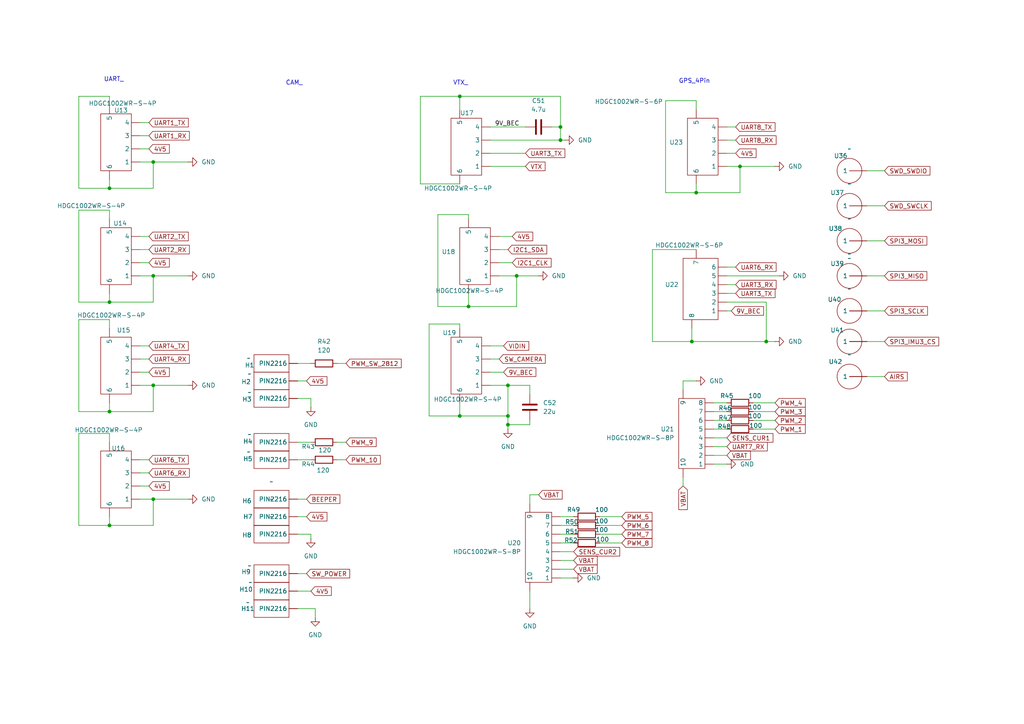
<source format=kicad_sch>
(kicad_sch (version 20250114) (generator "eeschema") (generator_version "9.0")
  (paper "A4")
  (lib_symbols
    (symbol "Device:C" (pin_numbers (hide yes)) (pin_names (offset 0.254))
      (property "Reference" "C" (at 0.635 2.54 0))
      (property "Value" "C" (at 0.635 -2.54 0))
      (symbol "C_0_1"
        (polyline (pts (xy -2.032 0.762) (xy 2.032 0.762)) (stroke (width 0.508)))
        (polyline (pts (xy -2.032 -0.762) (xy 2.032 -0.762)) (stroke (width 0.508)))
      )
      (symbol "C_1_1"
        (pin passive line (at 0 3.81 270) (length 2.794) (name "~") (number "1"))
        (pin passive line (at 0 -3.81 90) (length 2.794) (name "~") (number "2"))
      )
    )
    (symbol "Device:R" (pin_numbers (hide yes)) (pin_names (offset 0))
      (property "Reference" "R" (at 2.032 0 90))
      (property "Value" "R" (at 0 0 90))
      (symbol "R_0_1"
        (rectangle (start -1.016 -2.54) (end 1.016 2.54) (stroke (width 0.254)))
      )
      (symbol "R_1_1"
        (pin passive line (at 0 3.81 270) (length 1.27) (name "~") (number "1"))
        (pin passive line (at 0 -3.81 90) (length 1.27) (name "~") (number "2"))
      )
    )
    (symbol "HDGC1002WR-S-4P_1"
      (property "Reference" "U" (at 0 0 0))
      (symbol "HDGC1002WR-S-4P_1_0_1"
        (rectangle (start 7.62 -5.08) (end 16.51 -21.59))
      )
      (symbol "HDGC1002WR-S-4P_1_1_1"
        (pin input line (at 10.16 -2.54 270) (length 2.54) (name "5") (number ""))
        (pin input line (at 10.16 -24.13 90) (length 2.54) (name "6") (number ""))
        (pin input line (at 19.05 -7.62 180) (length 2.54) (name "4") (number ""))
        (pin input line (at 19.05 -11.43 180) (length 2.54) (name "3") (number ""))
        (pin input line (at 19.05 -15.24 180) (length 2.54) (name "2") (number ""))
        (pin input line (at 19.05 -19.05 180) (length 2.54) (name "1") (number ""))
      )
    )
    (symbol "HDGC1002WR-S-4P_2"
      (property "Reference" "U" (at 0 0 0))
      (symbol "HDGC1002WR-S-4P_2_0_1"
        (rectangle (start 7.62 -5.08) (end 16.51 -21.59))
      )
      (symbol "HDGC1002WR-S-4P_2_1_1"
        (pin input line (at 10.16 -2.54 270) (length 2.54) (name "5") (number ""))
        (pin input line (at 10.16 -24.13 90) (length 2.54) (name "6") (number ""))
        (pin input line (at 19.05 -7.62 180) (length 2.54) (name "4") (number ""))
        (pin input line (at 19.05 -11.43 180) (length 2.54) (name "3") (number ""))
        (pin input line (at 19.05 -15.24 180) (length 2.54) (name "2") (number ""))
        (pin input line (at 19.05 -19.05 180) (length 2.54) (name "1") (number ""))
      )
    )
    (symbol "HDGC1002WR-S-4P_3"
      (property "Reference" "U" (at 0 0 0))
      (symbol "HDGC1002WR-S-4P_3_0_1"
        (rectangle (start 7.62 -5.08) (end 16.51 -21.59))
      )
      (symbol "HDGC1002WR-S-4P_3_1_1"
        (pin input line (at 10.16 -2.54 270) (length 2.54) (name "5") (number ""))
        (pin input line (at 10.16 -24.13 90) (length 2.54) (name "6") (number ""))
        (pin input line (at 19.05 -7.62 180) (length 2.54) (name "4") (number ""))
        (pin input line (at 19.05 -11.43 180) (length 2.54) (name "3") (number ""))
        (pin input line (at 19.05 -15.24 180) (length 2.54) (name "2") (number ""))
        (pin input line (at 19.05 -19.05 180) (length 2.54) (name "1") (number ""))
      )
    )
    (symbol "HDGC1002WR-S-4P_4"
      (property "Reference" "U" (at 0 0 0))
      (symbol "HDGC1002WR-S-4P_4_0_1"
        (rectangle (start 7.62 -5.08) (end 16.51 -21.59))
      )
      (symbol "HDGC1002WR-S-4P_4_1_1"
        (pin input line (at 10.16 -2.54 270) (length 2.54) (name "5") (number ""))
        (pin input line (at 10.16 -24.13 90) (length 2.54) (name "6") (number ""))
        (pin input line (at 19.05 -7.62 180) (length 2.54) (name "4") (number ""))
        (pin input line (at 19.05 -11.43 180) (length 2.54) (name "3") (number ""))
        (pin input line (at 19.05 -15.24 180) (length 2.54) (name "2") (number ""))
        (pin input line (at 19.05 -19.05 180) (length 2.54) (name "1") (number ""))
      )
    )
    (symbol "HDGC1002WR-S-4P_5"
      (property "Reference" "U" (at 0 0 0))
      (symbol "HDGC1002WR-S-4P_5_0_1"
        (rectangle (start 7.62 -5.08) (end 16.51 -21.59))
      )
      (symbol "HDGC1002WR-S-4P_5_1_1"
        (pin input line (at 10.16 -2.54 270) (length 2.54) (name "5") (number ""))
        (pin input line (at 10.16 -24.13 90) (length 2.54) (name "6") (number ""))
        (pin input line (at 19.05 -7.62 180) (length 2.54) (name "4") (number ""))
        (pin input line (at 19.05 -11.43 180) (length 2.54) (name "3") (number ""))
        (pin input line (at 19.05 -15.24 180) (length 2.54) (name "2") (number ""))
        (pin input line (at 19.05 -19.05 180) (length 2.54) (name "1") (number ""))
      )
    )
    (symbol "HDGC1002WR-S-4P_6"
      (property "Reference" "U" (at 0 0 0))
      (symbol "HDGC1002WR-S-4P_6_0_1"
        (rectangle (start 7.62 -5.08) (end 16.51 -21.59))
      )
      (symbol "HDGC1002WR-S-4P_6_1_1"
        (pin input line (at 10.16 -2.54 270) (length 2.54) (name "5") (number ""))
        (pin input line (at 10.16 -24.13 90) (length 2.54) (name "6") (number ""))
        (pin input line (at 19.05 -7.62 180) (length 2.54) (name "4") (number ""))
        (pin input line (at 19.05 -11.43 180) (length 2.54) (name "3") (number ""))
        (pin input line (at 19.05 -15.24 180) (length 2.54) (name "2") (number ""))
        (pin input line (at 19.05 -19.05 180) (length 2.54) (name "1") (number ""))
      )
    )
    (symbol "HDGC1002WR-S-4P_7"
      (property "Reference" "U" (at 0 0 0))
      (symbol "HDGC1002WR-S-4P_7_0_1"
        (rectangle (start 7.62 -5.08) (end 16.51 -21.59))
      )
      (symbol "HDGC1002WR-S-4P_7_1_1"
        (pin input line (at 10.16 -2.54 270) (length 2.54) (name "5") (number ""))
        (pin input line (at 10.16 -24.13 90) (length 2.54) (name "6") (number ""))
        (pin input line (at 19.05 -7.62 180) (length 2.54) (name "4") (number ""))
        (pin input line (at 19.05 -11.43 180) (length 2.54) (name "3") (number ""))
        (pin input line (at 19.05 -15.24 180) (length 2.54) (name "2") (number ""))
        (pin input line (at 19.05 -19.05 180) (length 2.54) (name "1") (number ""))
      )
    )
    (symbol "HDGC1002WR-S-8P_1"
      (property "Reference" "U" (at 0 0 0))
      (symbol "HDGC1002WR-S-8P_1_0_1"
        (rectangle (start 2.54 0) (end 10.16 -20.32))
      )
      (symbol "HDGC1002WR-S-8P_1_1_1"
        (pin input line (at 3.81 2.54 270) (length 2.54) (name "9") (number ""))
        (pin input line (at 3.81 -22.86 90) (length 2.54) (name "10") (number ""))
        (pin input line (at 12.7 -1.27 180) (length 2.54) (name "8") (number ""))
        (pin input line (at 12.7 -3.81 180) (length 2.54) (name "7") (number ""))
        (pin input line (at 12.7 -6.35 180) (length 2.54) (name "6") (number ""))
        (pin input line (at 12.7 -8.89 180) (length 2.54) (name "5") (number ""))
        (pin input line (at 12.7 -11.43 180) (length 2.54) (name "4") (number ""))
        (pin input line (at 12.7 -13.97 180) (length 2.54) (name "3") (number ""))
        (pin input line (at 12.7 -16.51 180) (length 2.54) (name "2") (number ""))
        (pin input line (at 12.7 -19.05 180) (length 2.54) (name "1") (number ""))
      )
    )
    (symbol "fclib:HDGC1002WR-S-4P"
      (property "Reference" "U" (at 0 0 0))
      (symbol "HDGC1002WR-S-4P_0_1"
        (rectangle (start 7.62 -5.08) (end 16.51 -21.59))
      )
      (symbol "HDGC1002WR-S-4P_1_1"
        (pin input line (at 10.16 -2.54 270) (length 2.54) (name "5") (number ""))
        (pin input line (at 10.16 -24.13 90) (length 2.54) (name "6") (number ""))
        (pin input line (at 19.05 -7.62 180) (length 2.54) (name "4") (number ""))
        (pin input line (at 19.05 -11.43 180) (length 2.54) (name "3") (number ""))
        (pin input line (at 19.05 -15.24 180) (length 2.54) (name "2") (number ""))
        (pin input line (at 19.05 -19.05 180) (length 2.54) (name "1") (number ""))
      )
    )
    (symbol "fclib:HDGC1002WR-S-6P"
      (property "Reference" "U" (at 0 0 0))
      (symbol "HDGC1002WR-S-6P_0_1"
        (rectangle (start 3.81 -34.29) (end 13.97 -52.07))
      )
      (symbol "HDGC1002WR-S-6P_1_1"
        (pin input line (at 6.35 -54.61 90) (length 2.54) (name "8") (number ""))
        (pin input line (at 7.62 -31.75 270) (length 2.54) (name "7") (number ""))
        (pin input line (at 16.51 -36.83 180) (length 2.54) (name "6") (number ""))
        (pin input line (at 16.51 -39.37 180) (length 2.54) (name "5") (number ""))
        (pin input line (at 16.51 -41.91 180) (length 2.54) (name "4") (number ""))
        (pin input line (at 16.51 -44.45 180) (length 2.54) (name "3") (number ""))
        (pin input line (at 16.51 -46.99 180) (length 2.54) (name "2") (number ""))
        (pin input line (at 16.51 -49.53 180) (length 2.54) (name "1") (number ""))
      )
    )
    (symbol "fclib:HDGC1002WR-S-8P"
      (property "Reference" "U" (at 0 0 0))
      (symbol "HDGC1002WR-S-8P_0_1"
        (rectangle (start 2.54 0) (end 10.16 -20.32))
      )
      (symbol "HDGC1002WR-S-8P_1_1"
        (pin input line (at 3.81 2.54 270) (length 2.54) (name "9") (number ""))
        (pin input line (at 3.81 -22.86 90) (length 2.54) (name "10") (number ""))
        (pin input line (at 12.7 -1.27 180) (length 2.54) (name "8") (number ""))
        (pin input line (at 12.7 -3.81 180) (length 2.54) (name "7") (number ""))
        (pin input line (at 12.7 -6.35 180) (length 2.54) (name "6") (number ""))
        (pin input line (at 12.7 -8.89 180) (length 2.54) (name "5") (number ""))
        (pin input line (at 12.7 -11.43 180) (length 2.54) (name "4") (number ""))
        (pin input line (at 12.7 -13.97 180) (length 2.54) (name "3") (number ""))
        (pin input line (at 12.7 -16.51 180) (length 2.54) (name "2") (number ""))
        (pin input line (at 12.7 -19.05 180) (length 2.54) (name "1") (number ""))
      )
    )
    (symbol "fclib:circular_pin"
      (property "Reference" "U" (at 0 0 0))
      (symbol "circular_pin_0_1"
        (circle (center 6.35 -5.08) (radius 3.5921))
      )
      (symbol "circular_pin_1_1"
        (pin input line (at 11.43 -5.08 180) (length 5.08) (name "1") (number ""))
      )
    )
    (symbol "fclib:ws2812_"
      (property "Reference" "U" (at 0 0 0))
      (symbol "ws2812__0_1"
        (rectangle (start -1.27 -1.27) (end 8.89 -6.35))
      )
      (symbol "ws2812__1_1"
        (pin input line (at 11.43 -3.81 180) (length 2.54) (name "PIN2216") (number ""))
      )
    )
    (symbol "power:GND" (power) (pin_numbers (hide yes)) (pin_names (offset 0) (hide yes))
      (property "Value" "GND" (at 0 -3.81 0))
      (symbol "GND_0_1"
        (polyline (pts (xy 0 0) (xy 0 -1.27) (xy 1.27 -1.27) (xy 0 -2.54) (xy -1.27 -1.27) (xy 0 -1.27)))
      )
      (symbol "GND_1_1"
        (pin power_in line (at 0 0 270) (length 0) (name "~") (number "1"))
      )
    )
  )
  (text "CAM_\n" (at 85.344 24.13 0) (effects (font (size 1.27 1.27))))
  (text "UART_" (at 33.02 23.114 0) (effects (font (size 1.27 1.27))))
  (text "VTX_" (at 133.604 24.13 0) (effects (font (size 1.27 1.27))))
  (text "GPS_4Pin" (at 201.422 23.622 0) (effects (font (size 1.27 1.27))))
  (junction (at 135.89 88.9))
  (junction (at 44.45 80.01))
  (junction (at 222.25 99.06))
  (junction (at 147.32 123.19))
  (junction (at 31.75 152.4))
  (junction (at 200.66 99.06))
  (junction (at 44.45 144.78))
  (junction (at 162.56 40.64))
  (junction (at 133.35 120.65))
  (junction (at 147.32 111.76))
  (junction (at 201.93 55.88))
  (junction (at 31.75 87.63))
  (junction (at 44.45 111.76))
  (junction (at 133.35 27.94))
  (junction (at 31.75 54.61))
  (junction (at 31.75 119.38))
  (junction (at 149.86 80.01))
  (junction (at 214.63 48.26))
  (junction (at 44.45 46.99))
  (junction (at 162.56 36.83))
  (junction (at 147.32 120.65))
  (wire (pts (xy 218.44 119.38) (xy 224.79 119.38)))
  (wire (pts (xy 210.82 80.01) (xy 226.06 80.01)))
  (wire (pts (xy 198.12 138.43) (xy 198.12 140.97)))
  (wire (pts (xy 142.24 48.26) (xy 152.4 48.26)))
  (wire (pts (xy 133.35 93.98) (xy 124.46 93.98)))
  (wire (pts (xy 86.36 105.41) (xy 90.17 105.41)))
  (wire (pts (xy 210.82 82.55) (xy 213.36 82.55)))
  (wire (pts (xy 153.67 111.76) (xy 153.67 114.3)))
  (wire (pts (xy 86.36 171.45) (xy 90.17 171.45)))
  (wire (pts (xy 214.63 55.88) (xy 214.63 48.26)))
  (wire (pts (xy 198.12 110.49) (xy 198.12 113.03)))
  (wire (pts (xy 44.45 87.63) (xy 44.45 80.01)))
  (wire (pts (xy 222.25 99.06) (xy 224.79 99.06)))
  (wire (pts (xy 22.86 119.38) (xy 31.75 119.38)))
  (wire (pts (xy 251.46 49.53) (xy 256.54 49.53)))
  (wire (pts (xy 121.92 53.34) (xy 121.92 27.94)))
  (wire (pts (xy 40.64 68.58) (xy 43.18 68.58)))
  (wire (pts (xy 31.75 119.38) (xy 31.75 116.84)))
  (wire (pts (xy 40.64 140.97) (xy 43.18 140.97)))
  (wire (pts (xy 218.44 116.84) (xy 224.79 116.84)))
  (wire (pts (xy 207.01 134.62) (xy 210.82 134.62)))
  (wire (pts (xy 44.45 111.76) (xy 54.61 111.76)))
  (wire (pts (xy 162.56 36.83) (xy 162.56 40.64)))
  (wire (pts (xy 162.56 162.56) (xy 166.37 162.56)))
  (wire (pts (xy 86.36 128.27) (xy 90.17 128.27)))
  (wire (pts (xy 40.64 76.2) (xy 43.18 76.2)))
  (wire (pts (xy 40.64 107.95) (xy 43.18 107.95)))
  (wire (pts (xy 222.25 87.63) (xy 222.25 99.06)))
  (wire (pts (xy 162.56 167.64) (xy 166.37 167.64)))
  (wire (pts (xy 189.23 72.39) (xy 189.23 99.06)))
  (wire (pts (xy 31.75 87.63) (xy 31.75 85.09)))
  (wire (pts (xy 210.82 48.26) (xy 214.63 48.26)))
  (wire (pts (xy 135.89 88.9) (xy 149.86 88.9)))
  (wire (pts (xy 40.64 144.78) (xy 44.45 144.78)))
  (wire (pts (xy 210.82 90.17) (xy 212.09 90.17)))
  (wire (pts (xy 144.78 76.2) (xy 148.59 76.2)))
  (wire (pts (xy 86.36 149.86) (xy 88.9 149.86)))
  (wire (pts (xy 201.93 29.21) (xy 193.04 29.21)))
  (wire (pts (xy 40.64 43.18) (xy 43.18 43.18)))
  (wire (pts (xy 142.24 107.95) (xy 146.05 107.95)))
  (wire (pts (xy 97.79 105.41) (xy 100.33 105.41)))
  (wire (pts (xy 91.44 176.53) (xy 86.36 176.53)))
  (wire (pts (xy 90.17 115.57) (xy 86.36 115.57)))
  (wire (pts (xy 251.46 80.01) (xy 256.54 80.01)))
  (wire (pts (xy 31.75 119.38) (xy 44.45 119.38)))
  (wire (pts (xy 135.89 88.9) (xy 135.89 85.09)))
  (wire (pts (xy 162.56 154.94) (xy 166.37 154.94)))
  (wire (pts (xy 207.01 116.84) (xy 210.82 116.84)))
  (wire (pts (xy 210.82 40.64) (xy 213.36 40.64)))
  (wire (pts (xy 193.04 55.88) (xy 201.93 55.88)))
  (wire (pts (xy 210.82 87.63) (xy 222.25 87.63)))
  (wire (pts (xy 207.01 124.46) (xy 210.82 124.46)))
  (wire (pts (xy 127 62.23) (xy 127 88.9)))
  (wire (pts (xy 173.99 154.94) (xy 180.34 154.94)))
  (wire (pts (xy 31.75 60.96) (xy 22.86 60.96)))
  (wire (pts (xy 31.75 54.61) (xy 44.45 54.61)))
  (wire (pts (xy 31.75 63.5) (xy 31.75 60.96)))
  (wire (pts (xy 207.01 119.38) (xy 210.82 119.38)))
  (wire (pts (xy 142.24 100.33) (xy 146.05 100.33)))
  (wire (pts (xy 201.93 55.88) (xy 214.63 55.88)))
  (wire (pts (xy 251.46 69.85) (xy 256.54 69.85)))
  (wire (pts (xy 40.64 104.14) (xy 43.18 104.14)))
  (wire (pts (xy 31.75 152.4) (xy 44.45 152.4)))
  (wire (pts (xy 173.99 157.48) (xy 180.34 157.48)))
  (wire (pts (xy 22.86 27.94) (xy 22.86 54.61)))
  (wire (pts (xy 133.35 27.94) (xy 162.56 27.94)))
  (wire (pts (xy 214.63 48.26) (xy 224.79 48.26)))
  (wire (pts (xy 133.35 120.65) (xy 147.32 120.65)))
  (wire (pts (xy 251.46 99.06) (xy 256.54 99.06)))
  (wire (pts (xy 90.17 154.94) (xy 86.36 154.94)))
  (wire (pts (xy 91.44 179.07) (xy 91.44 176.53)))
  (wire (pts (xy 153.67 143.51) (xy 153.67 146.05)))
  (wire (pts (xy 44.45 152.4) (xy 44.45 144.78)))
  (wire (pts (xy 142.24 36.83) (xy 152.4 36.83)))
  (wire (pts (xy 31.75 152.4) (xy 31.75 149.86)))
  (wire (pts (xy 44.45 144.78) (xy 54.61 144.78)))
  (wire (pts (xy 162.56 40.64) (xy 163.83 40.64)))
  (wire (pts (xy 135.89 62.23) (xy 127 62.23)))
  (wire (pts (xy 44.45 119.38) (xy 44.45 111.76)))
  (wire (pts (xy 86.36 133.35) (xy 90.17 133.35)))
  (wire (pts (xy 142.24 44.45) (xy 152.4 44.45)))
  (wire (pts (xy 97.79 128.27) (xy 100.33 128.27)))
  (wire (pts (xy 189.23 99.06) (xy 200.66 99.06)))
  (wire (pts (xy 201.93 72.39) (xy 189.23 72.39)))
  (wire (pts (xy 44.45 46.99) (xy 54.61 46.99)))
  (wire (pts (xy 86.36 144.78) (xy 88.9 144.78)))
  (wire (pts (xy 31.75 95.25) (xy 31.75 92.71)))
  (wire (pts (xy 40.64 35.56) (xy 43.18 35.56)))
  (wire (pts (xy 162.56 27.94) (xy 162.56 36.83)))
  (wire (pts (xy 31.75 125.73) (xy 22.86 125.73)))
  (wire (pts (xy 22.86 60.96) (xy 22.86 87.63)))
  (wire (pts (xy 153.67 171.45) (xy 153.67 176.53)))
  (wire (pts (xy 201.93 31.75) (xy 201.93 29.21)))
  (wire (pts (xy 133.35 31.75) (xy 133.35 27.94)))
  (wire (pts (xy 160.02 36.83) (xy 162.56 36.83)))
  (wire (pts (xy 22.86 152.4) (xy 31.75 152.4)))
  (wire (pts (xy 201.93 55.88) (xy 201.93 53.34)))
  (wire (pts (xy 31.75 54.61) (xy 31.75 52.07)))
  (wire (pts (xy 162.56 157.48) (xy 166.37 157.48)))
  (wire (pts (xy 193.04 29.21) (xy 193.04 55.88)))
  (wire (pts (xy 210.82 36.83) (xy 213.36 36.83)))
  (wire (pts (xy 31.75 27.94) (xy 22.86 27.94)))
  (wire (pts (xy 142.24 104.14) (xy 144.78 104.14)))
  (wire (pts (xy 22.86 54.61) (xy 31.75 54.61)))
  (wire (pts (xy 173.99 149.86) (xy 180.34 149.86)))
  (wire (pts (xy 144.78 72.39) (xy 147.32 72.39)))
  (wire (pts (xy 218.44 124.46) (xy 224.79 124.46)))
  (wire (pts (xy 22.86 87.63) (xy 31.75 87.63)))
  (wire (pts (xy 210.82 44.45) (xy 213.36 44.45)))
  (wire (pts (xy 201.93 110.49) (xy 198.12 110.49)))
  (wire (pts (xy 121.92 27.94) (xy 133.35 27.94)))
  (wire (pts (xy 147.32 123.19) (xy 147.32 124.46)))
  (wire (pts (xy 40.64 111.76) (xy 44.45 111.76)))
  (wire (pts (xy 31.75 87.63) (xy 44.45 87.63)))
  (wire (pts (xy 251.46 109.22) (xy 256.54 109.22)))
  (wire (pts (xy 251.46 90.17) (xy 256.54 90.17)))
  (wire (pts (xy 22.86 92.71) (xy 22.86 119.38)))
  (wire (pts (xy 86.36 166.37) (xy 88.9 166.37)))
  (wire (pts (xy 40.64 80.01) (xy 44.45 80.01)))
  (wire (pts (xy 149.86 88.9) (xy 149.86 80.01)))
  (wire (pts (xy 147.32 120.65) (xy 147.32 123.19)))
  (wire (pts (xy 133.35 53.34) (xy 121.92 53.34)))
  (wire (pts (xy 144.78 80.01) (xy 149.86 80.01)))
  (wire (pts (xy 162.56 149.86) (xy 166.37 149.86)))
  (wire (pts (xy 40.64 133.35) (xy 43.18 133.35)))
  (wire (pts (xy 86.36 110.49) (xy 88.9 110.49)))
  (wire (pts (xy 153.67 143.51) (xy 156.21 143.51)))
  (wire (pts (xy 90.17 156.21) (xy 90.17 154.94)))
  (wire (pts (xy 173.99 152.4) (xy 180.34 152.4)))
  (wire (pts (xy 207.01 127) (xy 210.82 127)))
  (wire (pts (xy 97.79 133.35) (xy 100.33 133.35)))
  (wire (pts (xy 162.56 165.1) (xy 166.37 165.1)))
  (wire (pts (xy 90.17 118.11) (xy 90.17 115.57)))
  (wire (pts (xy 144.78 68.58) (xy 148.59 68.58)))
  (wire (pts (xy 142.24 111.76) (xy 147.32 111.76)))
  (wire (pts (xy 251.46 59.69) (xy 256.54 59.69)))
  (wire (pts (xy 142.24 40.64) (xy 162.56 40.64)))
  (wire (pts (xy 31.75 128.27) (xy 31.75 125.73)))
  (wire (pts (xy 133.35 120.65) (xy 133.35 116.84)))
  (wire (pts (xy 210.82 85.09) (xy 213.36 85.09)))
  (wire (pts (xy 207.01 129.54) (xy 210.82 129.54)))
  (wire (pts (xy 127 88.9) (xy 135.89 88.9)))
  (wire (pts (xy 162.56 160.02) (xy 166.37 160.02)))
  (wire (pts (xy 40.64 137.16) (xy 43.18 137.16)))
  (wire (pts (xy 40.64 39.37) (xy 43.18 39.37)))
  (wire (pts (xy 207.01 132.08) (xy 210.82 132.08)))
  (wire (pts (xy 218.44 121.92) (xy 224.79 121.92)))
  (wire (pts (xy 200.66 99.06) (xy 222.25 99.06)))
  (wire (pts (xy 207.01 121.92) (xy 210.82 121.92)))
  (wire (pts (xy 147.32 120.65) (xy 147.32 111.76)))
  (wire (pts (xy 133.35 95.25) (xy 133.35 93.98)))
  (wire (pts (xy 200.66 99.06) (xy 200.66 95.25)))
  (wire (pts (xy 124.46 93.98) (xy 124.46 120.65)))
  (wire (pts (xy 124.46 120.65) (xy 133.35 120.65)))
  (wire (pts (xy 31.75 92.71) (xy 22.86 92.71)))
  (wire (pts (xy 135.89 63.5) (xy 135.89 62.23)))
  (wire (pts (xy 153.67 121.92) (xy 153.67 123.19)))
  (wire (pts (xy 40.64 72.39) (xy 43.18 72.39)))
  (wire (pts (xy 22.86 125.73) (xy 22.86 152.4)))
  (wire (pts (xy 44.45 54.61) (xy 44.45 46.99)))
  (wire (pts (xy 31.75 30.48) (xy 31.75 27.94)))
  (wire (pts (xy 153.67 123.19) (xy 147.32 123.19)))
  (wire (pts (xy 40.64 100.33) (xy 43.18 100.33)))
  (wire (pts (xy 162.56 152.4) (xy 166.37 152.4)))
  (wire (pts (xy 40.64 46.99) (xy 44.45 46.99)))
  (wire (pts (xy 149.86 80.01) (xy 156.21 80.01)))
  (wire (pts (xy 147.32 111.76) (xy 153.67 111.76)))
  (wire (pts (xy 44.45 80.01) (xy 54.61 80.01)))
  (wire (pts (xy 210.82 77.47) (xy 213.36 77.47)))
  (label "9V_BEC" (at 143.51 36.83 0))
  (global_label "UART3_TX" (shape input) (at 152.4 44.45 0) (property "Intersheetrefs" "${INTERSHEET_REFS}" (effects (hide yes))))
  (global_label "4V5" (shape input) (at 43.18 140.97 0) (property "Intersheetrefs" "${INTERSHEET_REFS}" (effects (hide yes))))
  (global_label "4V5" (shape input) (at 88.9 110.49 0) (property "Intersheetrefs" "${INTERSHEET_REFS}" (effects (hide yes))))
  (global_label "SWD_SWCLK" (shape input) (at 256.54 59.69 0) (property "Intersheetrefs" "${INTERSHEET_REFS}" (effects (hide yes))))
  (global_label "SENS_CUR1" (shape input) (at 210.82 127 0) (property "Intersheetrefs" "${INTERSHEET_REFS}" (effects (hide yes))))
  (global_label "UART6_RX" (shape input) (at 43.18 137.16 0) (property "Intersheetrefs" "${INTERSHEET_REFS}" (effects (hide yes))))
  (global_label "UART7_RX" (shape input) (at 210.82 129.54 0) (property "Intersheetrefs" "${INTERSHEET_REFS}" (effects (hide yes))))
  (global_label "PWM_5" (shape input) (at 180.34 149.86 0) (property "Intersheetrefs" "${INTERSHEET_REFS}" (effects (hide yes))))
  (global_label "VBAT" (shape input) (at 198.12 140.97 270) (property "Intersheetrefs" "${INTERSHEET_REFS}" (effects (hide yes))))
  (global_label "SPI3_MISO" (shape input) (at 256.54 80.01 0) (property "Intersheetrefs" "${INTERSHEET_REFS}" (effects (hide yes))))
  (global_label "SENS_CUR2" (shape input) (at 166.37 160.02 0) (property "Intersheetrefs" "${INTERSHEET_REFS}" (effects (hide yes))))
  (global_label "PWM_4" (shape input) (at 224.79 116.84 0) (property "Intersheetrefs" "${INTERSHEET_REFS}" (effects (hide yes))))
  (global_label "PWM_1" (shape input) (at 224.79 124.46 0) (property "Intersheetrefs" "${INTERSHEET_REFS}" (effects (hide yes))))
  (global_label "I2C1_SDA" (shape input) (at 147.32 72.39 0) (property "Intersheetrefs" "${INTERSHEET_REFS}" (effects (hide yes))))
  (global_label "PWM_3" (shape input) (at 224.79 119.38 0) (property "Intersheetrefs" "${INTERSHEET_REFS}" (effects (hide yes))))
  (global_label "4V5" (shape input) (at 148.59 68.58 0) (property "Intersheetrefs" "${INTERSHEET_REFS}" (effects (hide yes))))
  (global_label "UART4_RX" (shape input) (at 43.18 104.14 0) (property "Intersheetrefs" "${INTERSHEET_REFS}" (effects (hide yes))))
  (global_label "VBAT" (shape input) (at 166.37 162.56 0) (property "Intersheetrefs" "${INTERSHEET_REFS}" (effects (hide yes))))
  (global_label "UART2_RX" (shape input) (at 43.18 72.39 0) (property "Intersheetrefs" "${INTERSHEET_REFS}" (effects (hide yes))))
  (global_label "UART4_TX" (shape input) (at 43.18 100.33 0) (property "Intersheetrefs" "${INTERSHEET_REFS}" (effects (hide yes))))
  (global_label "SPI3_IMU3_CS" (shape input) (at 256.54 99.06 0) (property "Intersheetrefs" "${INTERSHEET_REFS}" (effects (hide yes))))
  (global_label "PWM_SW_2812" (shape input) (at 100.33 105.41 0) (property "Intersheetrefs" "${INTERSHEET_REFS}" (effects (hide yes))))
  (global_label "VIDIN" (shape input) (at 146.05 100.33 0) (property "Intersheetrefs" "${INTERSHEET_REFS}" (effects (hide yes))))
  (global_label "PWM_6" (shape input) (at 180.34 152.4 0) (property "Intersheetrefs" "${INTERSHEET_REFS}" (effects (hide yes))))
  (global_label "SPI3_MOSI" (shape input) (at 256.54 69.85 0) (property "Intersheetrefs" "${INTERSHEET_REFS}" (effects (hide yes))))
  (global_label "SW_POWER" (shape input) (at 88.9 166.37 0) (property "Intersheetrefs" "${INTERSHEET_REFS}" (effects (hide yes))))
  (global_label "VTX" (shape input) (at 152.4 48.26 0) (property "Intersheetrefs" "${INTERSHEET_REFS}" (effects (hide yes))))
  (global_label "4V5" (shape input) (at 43.18 107.95 0) (property "Intersheetrefs" "${INTERSHEET_REFS}" (effects (hide yes))))
  (global_label "UART8_TX" (shape input) (at 213.36 36.83 0) (property "Intersheetrefs" "${INTERSHEET_REFS}" (effects (hide yes))))
  (global_label "BEEPER" (shape input) (at 88.9 144.78 0) (property "Intersheetrefs" "${INTERSHEET_REFS}" (effects (hide yes))))
  (global_label "PWM_9" (shape input) (at 100.33 128.27 0) (property "Intersheetrefs" "${INTERSHEET_REFS}" (effects (hide yes))))
  (global_label "UART3_RX" (shape input) (at 213.36 82.55 0) (property "Intersheetrefs" "${INTERSHEET_REFS}" (effects (hide yes))))
  (global_label "4V5" (shape input) (at 43.18 76.2 0) (property "Intersheetrefs" "${INTERSHEET_REFS}" (effects (hide yes))))
  (global_label "UART8_RX" (shape input) (at 213.36 40.64 0) (property "Intersheetrefs" "${INTERSHEET_REFS}" (effects (hide yes))))
  (global_label "PWM_7" (shape input) (at 180.34 154.94 0) (property "Intersheetrefs" "${INTERSHEET_REFS}" (effects (hide yes))))
  (global_label "9V_BEC" (shape input) (at 212.09 90.17 0) (property "Intersheetrefs" "${INTERSHEET_REFS}" (effects (hide yes))))
  (global_label "SPI3_SCLK" (shape input) (at 256.54 90.17 0) (property "Intersheetrefs" "${INTERSHEET_REFS}" (effects (hide yes))))
  (global_label "UART2_TX" (shape input) (at 43.18 68.58 0) (property "Intersheetrefs" "${INTERSHEET_REFS}" (effects (hide yes))))
  (global_label "SW_CAMERA" (shape input) (at 144.78 104.14 0) (property "Intersheetrefs" "${INTERSHEET_REFS}" (effects (hide yes))))
  (global_label "UART6_RX" (shape input) (at 213.36 77.47 0) (property "Intersheetrefs" "${INTERSHEET_REFS}" (effects (hide yes))))
  (global_label "VBAT" (shape input) (at 166.37 165.1 0) (property "Intersheetrefs" "${INTERSHEET_REFS}" (effects (hide yes))))
  (global_label "4V5" (shape input) (at 43.18 43.18 0) (property "Intersheetrefs" "${INTERSHEET_REFS}" (effects (hide yes))))
  (global_label "PWM_2" (shape input) (at 224.79 121.92 0) (property "Intersheetrefs" "${INTERSHEET_REFS}" (effects (hide yes))))
  (global_label "VBAT" (shape input) (at 210.82 132.08 0) (property "Intersheetrefs" "${INTERSHEET_REFS}" (effects (hide yes))))
  (global_label "9V_BEC" (shape input) (at 146.05 107.95 0) (property "Intersheetrefs" "${INTERSHEET_REFS}" (effects (hide yes))))
  (global_label "AIRS" (shape input) (at 256.54 109.22 0) (property "Intersheetrefs" "${INTERSHEET_REFS}" (effects (hide yes))))
  (global_label "PWM_10" (shape input) (at 100.33 133.35 0) (property "Intersheetrefs" "${INTERSHEET_REFS}" (effects (hide yes))))
  (global_label "UART6_TX" (shape input) (at 43.18 133.35 0) (property "Intersheetrefs" "${INTERSHEET_REFS}" (effects (hide yes))))
  (global_label "I2C1_CLK" (shape input) (at 148.59 76.2 0) (property "Intersheetrefs" "${INTERSHEET_REFS}" (effects (hide yes))))
  (global_label "VBAT" (shape input) (at 156.21 143.51 0) (property "Intersheetrefs" "${INTERSHEET_REFS}" (effects (hide yes))))
  (global_label "SWD_SWDIO" (shape input) (at 256.54 49.53 0) (property "Intersheetrefs" "${INTERSHEET_REFS}" (effects (hide yes))))
  (global_label "4V5" (shape input) (at 90.17 171.45 0) (property "Intersheetrefs" "${INTERSHEET_REFS}" (effects (hide yes))))
  (global_label "UART3_TX" (shape input) (at 213.36 85.09 0) (property "Intersheetrefs" "${INTERSHEET_REFS}" (effects (hide yes))))
  (global_label "4V5" (shape input) (at 88.9 149.86 0) (property "Intersheetrefs" "${INTERSHEET_REFS}" (effects (hide yes))))
  (global_label "4V5" (shape input) (at 213.36 44.45 0) (property "Intersheetrefs" "${INTERSHEET_REFS}" (effects (hide yes))))
  (global_label "UART1_TX" (shape input) (at 43.18 35.56 0) (property "Intersheetrefs" "${INTERSHEET_REFS}" (effects (hide yes))))
  (global_label "UART1_RX" (shape input) (at 43.18 39.37 0) (property "Intersheetrefs" "${INTERSHEET_REFS}" (effects (hide yes))))
  (global_label "PWM_8" (shape input) (at 180.34 157.48 0) (property "Intersheetrefs" "${INTERSHEET_REFS}" (effects (hide yes))))
  (symbol (lib_id "fclib:ws2812_") (at 74.93 167.64 0) (unit 1)
    (property "Reference" "H10" (at 71.374 170.942 0))
    (property "Value" "~" (at 72.644 168.91 0))
  )
  (symbol (lib_id "power:GND") (at 54.61 111.76 90) (unit 1)
    (property "Reference" "#PWR054" (effects (hide yes)))
    (property "Value" "GND" (at 58.42 111.7599 90) (effects (justify right)))
    (property "Description" "Power symbol creates a global label with name \"GND\" , ground" (effects (hide yes)))
  )
  (symbol (lib_name "HDGC1002WR-S-4P_5") (lib_id "fclib:HDGC1002WR-S-4P") (at 125.73 60.96 0) (unit 1)
    (property "Reference" "U18" (at 132.08 73.0249 0) (effects (justify right)))
    (property "Value" "HDGC1002WR-S-4P" (at 146.05 84.328 0) (effects (justify right)))
  )
  (symbol (lib_id "fclib:circular_pin") (at 240.03 74.93 0) (unit 1)
    (property "Reference" "U39" (at 242.824 76.454 0))
    (property "Value" "~" (at 246.38 73.66 0))
  )
  (symbol (lib_id "fclib:circular_pin") (at 240.03 85.09 0) (unit 1)
    (property "Reference" "U40" (at 242.062 86.868 0))
    (property "Value" "~" (at 246.38 83.82 0))
  )
  (symbol (lib_id "fclib:circular_pin") (at 240.03 93.98 0) (unit 1)
    (property "Reference" "U41" (at 242.824 95.758 0))
    (property "Value" "~" (at 246.38 74.93 0))
  )
  (symbol (lib_id "power:GND") (at 226.06 80.01 90) (unit 1)
    (property "Reference" "#PWR064" (effects (hide yes)))
    (property "Value" "GND" (at 229.87 80.0099 90) (effects (justify right)))
    (property "Description" "Power symbol creates a global label with name \"GND\" , ground" (effects (hide yes)))
  )
  (symbol (lib_id "fclib:ws2812_") (at 74.93 101.6 0) (unit 1)
    (property "Reference" "H1" (at 72.39 105.918 0))
    (property "Value" "~" (at 72.136 103.886 0))
  )
  (symbol (lib_id "fclib:ws2812_") (at 74.93 172.72 0) (unit 1)
    (property "Reference" "H11" (at 71.882 176.53 0))
    (property "Value" "~" (at 71.882 174.752 0))
  )
  (symbol (lib_id "power:GND") (at 54.61 144.78 90) (unit 1)
    (property "Reference" "#PWR055" (effects (hide yes)))
    (property "Value" "GND" (at 58.42 144.7799 90) (effects (justify right)))
    (property "Description" "Power symbol creates a global label with name \"GND\" , ground" (effects (hide yes)))
  )
  (symbol (lib_id "fclib:ws2812_") (at 74.93 124.46 0) (unit 1)
    (property "Reference" "H4" (at 71.882 128.016 0))
    (property "Value" "~" (at 72.39 125.984 0))
  )
  (symbol (lib_id "fclib:circular_pin") (at 240.03 64.77 0) (unit 1)
    (property "Reference" "U38" (at 242.316 66.294 0))
    (property "Value" "~" (at 246.38 63.5 0))
  )
  (symbol (lib_id "fclib:HDGC1002WR-S-4P") (at 21.59 27.94 0) (unit 1)
    (property "Reference" "U13" (at 37.084 32.004 0) (effects (justify right)))
    (property "Value" "HDGC1002WR-S-4P" (at 45.466 29.972 0) (effects (justify right)))
  )
  (symbol (lib_id "Device:R") (at 93.98 133.35 90) (unit 1)
    (property "Reference" "R44" (at 89.408 134.62 90))
    (property "Value" "120" (at 93.726 136.398 90))
    (property "Footprint" "Resistor_SMD:R_0603_1608Metric" (effects (hide yes)))
    (property "Description" "Resistor" (effects (hide yes)))
  )
  (symbol (lib_id "fclib:circular_pin") (at 240.03 104.14 0) (unit 1)
    (property "Reference" "U42" (at 242.316 104.902 0))
    (property "Value" "~" (at 246.38 102.87 0))
  )
  (symbol (lib_id "fclib:ws2812_") (at 74.93 162.56 0) (unit 1)
    (property "Reference" "H9" (at 71.374 165.862 0))
    (property "Value" "~" (at 72.39 164.084 0))
  )
  (symbol (lib_id "fclib:ws2812_") (at 74.93 129.54 0) (unit 1)
    (property "Reference" "H5" (at 71.882 133.096 0))
    (property "Value" "~" (at 72.136 131.064 0))
  )
  (symbol (lib_id "power:GND") (at 224.79 99.06 90) (unit 1)
    (property "Reference" "#PWR063" (effects (hide yes)))
    (property "Value" "GND" (at 228.6 99.0599 90) (effects (justify right)))
    (property "Description" "Power symbol creates a global label with name \"GND\" , ground" (effects (hide yes)))
  )
  (symbol (lib_name "HDGC1002WR-S-4P_4") (lib_id "fclib:HDGC1002WR-S-4P") (at 123.19 29.21 0) (unit 1)
    (property "Reference" "U17" (at 137.414 32.766 0) (effects (justify right)))
    (property "Value" "HDGC1002WR-S-4P" (at 142.748 54.61 0) (effects (justify right)))
  )
  (symbol (lib_id "power:GND") (at 163.83 40.64 90) (unit 1)
    (property "Reference" "#PWR059" (effects (hide yes)))
    (property "Value" "GND" (at 167.64 40.6399 90) (effects (justify right)))
    (property "Description" "Power symbol creates a global label with name \"GND\" , ground" (effects (hide yes)))
  )
  (symbol (lib_id "power:GND") (at 153.67 176.53 0) (unit 1)
    (property "Reference" "#PWR067" (effects (hide yes)))
    (property "Value" "GND" (at 153.67 181.61 0))
    (property "Description" "Power symbol creates a global label with name \"GND\" , ground" (effects (hide yes)))
  )
  (symbol (lib_id "power:GND") (at 201.93 110.49 90) (unit 1)
    (property "Reference" "#PWR065" (effects (hide yes)))
    (property "Value" "GND" (at 205.74 110.4899 90) (effects (justify right)))
    (property "Description" "Power symbol creates a global label with name \"GND\" , ground" (effects (hide yes)))
  )
  (symbol (lib_id "power:GND") (at 91.44 179.07 0) (unit 1)
    (property "Reference" "#PWR058" (effects (hide yes)))
    (property "Value" "GND" (at 91.44 184.15 0))
    (property "Description" "Power symbol creates a global label with name \"GND\" , ground" (effects (hide yes)))
  )
  (symbol (lib_id "Device:R") (at 170.18 149.86 90) (unit 1)
    (property "Reference" "R49" (at 166.37 147.828 90))
    (property "Value" "100" (at 174.498 147.828 90))
    (property "Footprint" "Resistor_SMD:R_0603_1608Metric" (effects (hide yes)))
    (property "Description" "Resistor" (effects (hide yes)))
  )
  (symbol (lib_id "Device:R") (at 93.98 128.27 90) (unit 1)
    (property "Reference" "R43" (at 89.408 129.54 90))
    (property "Value" "120" (at 94.234 130.556 90))
    (property "Footprint" "Resistor_SMD:R_0603_1608Metric" (effects (hide yes)))
    (property "Description" "Resistor" (effects (hide yes)))
  )
  (symbol (lib_id "power:GND") (at 156.21 80.01 90) (unit 1)
    (property "Reference" "#PWR060" (effects (hide yes)))
    (property "Value" "GND" (at 160.02 80.0099 90) (effects (justify right)))
    (property "Description" "Power symbol creates a global label with name \"GND\" , ground" (effects (hide yes)))
  )
  (symbol (lib_id "fclib:HDGC1002WR-S-8P") (at 194.31 115.57 0) (unit 1)
    (property "Reference" "U21" (at 195.58 124.4599 0) (effects (justify right)))
    (property "Value" "HDGC1002WR-S-8P" (at 195.58 126.9999 0) (effects (justify right)))
  )
  (symbol (lib_id "power:GND") (at 90.17 118.11 0) (unit 1)
    (property "Reference" "#PWR056" (effects (hide yes)))
    (property "Value" "GND" (at 90.17 123.19 0))
    (property "Description" "Power symbol creates a global label with name \"GND\" , ground" (effects (hide yes)))
  )
  (symbol (lib_name "HDGC1002WR-S-4P_2") (lib_id "fclib:HDGC1002WR-S-4P") (at 21.59 92.71 0) (unit 1)
    (property "Reference" "U15" (at 37.846 95.758 0) (effects (justify right)))
    (property "Value" "HDGC1002WR-S-4P" (at 42.164 91.44 0) (effects (justify right)))
  )
  (symbol (lib_id "Device:C") (at 156.21 36.83 90) (unit 1)
    (property "Reference" "C51" (at 156.21 29.21 90))
    (property "Value" "4.7u" (at 156.21 31.75 90))
    (property "Description" "Unpolarized capacitor" (effects (hide yes)))
  )
  (symbol (lib_id "power:GND") (at 147.32 124.46 0) (unit 1)
    (property "Reference" "#PWR061" (effects (hide yes)))
    (property "Value" "GND" (at 147.32 129.54 0))
    (property "Description" "Power symbol creates a global label with name \"GND\" , ground" (effects (hide yes)))
  )
  (symbol (lib_id "fclib:ws2812_") (at 74.93 146.05 0) (unit 1)
    (property "Reference" "H7" (at 71.882 149.86 0))
    (property "Value" "~" (at 78.74 144.78 0))
  )
  (symbol (lib_id "Device:R") (at 170.18 157.48 90) (unit 1)
    (property "Reference" "R52" (at 165.608 156.718 90))
    (property "Value" "100" (at 174.752 156.464 90))
    (property "Footprint" "Resistor_SMD:R_0603_1608Metric" (effects (hide yes)))
    (property "Description" "Resistor" (effects (hide yes)))
  )
  (symbol (lib_name "HDGC1002WR-S-4P_3") (lib_id "fclib:HDGC1002WR-S-4P") (at 21.59 125.73 0) (unit 1)
    (property "Reference" "U16" (at 36.322 130.048 0) (effects (justify right)))
    (property "Value" "HDGC1002WR-S-4P" (at 41.402 124.714 0) (effects (justify right)))
  )
  (symbol (lib_id "Device:R") (at 170.18 154.94 90) (unit 1)
    (property "Reference" "R51" (at 165.862 154.178 90))
    (property "Value" "100" (at 174.498 153.67 90))
    (property "Footprint" "Resistor_SMD:R_0603_1608Metric" (effects (hide yes)))
    (property "Description" "Resistor" (effects (hide yes)))
  )
  (symbol (lib_id "Device:C") (at 153.67 118.11 180) (unit 1)
    (property "Reference" "C52" (at 157.48 116.8399 0) (effects (justify right)))
    (property "Value" "22u" (at 157.48 119.3799 0) (effects (justify right)))
    (property "Description" "Unpolarized capacitor" (effects (hide yes)))
  )
  (symbol (lib_id "power:GND") (at 224.79 48.26 90) (unit 1)
    (property "Reference" "#PWR062" (effects (hide yes)))
    (property "Value" "GND" (at 228.6 48.2599 90) (effects (justify right)))
    (property "Description" "Power symbol creates a global label with name \"GND\" , ground" (effects (hide yes)))
  )
  (symbol (lib_name "HDGC1002WR-S-4P_6") (lib_id "fclib:HDGC1002WR-S-4P") (at 123.19 92.71 0) (unit 1)
    (property "Reference" "U19" (at 132.334 96.52 0) (effects (justify right)))
    (property "Value" "HDGC1002WR-S-4P" (at 145.542 115.824 0) (effects (justify right)))
  )
  (symbol (lib_id "fclib:ws2812_") (at 74.93 106.68 0) (unit 1)
    (property "Reference" "H2" (at 71.374 110.744 0))
    (property "Value" "~" (at 72.39 108.458 0))
  )
  (symbol (lib_name "HDGC1002WR-S-8P_1") (lib_id "fclib:HDGC1002WR-S-8P") (at 149.86 148.59 0) (unit 1)
    (property "Reference" "U20" (at 151.13 157.4799 0) (effects (justify right)))
    (property "Value" "HDGC1002WR-S-8P" (at 151.13 160.0199 0) (effects (justify right)))
  )
  (symbol (lib_id "fclib:circular_pin") (at 240.03 44.45 0) (unit 1)
    (property "Reference" "U36" (at 243.84 45.212 0))
    (property "Value" "~" (at 246.38 43.18 0))
  )
  (symbol (lib_id "Device:R") (at 214.63 121.92 90) (unit 1)
    (property "Reference" "R47" (at 210.312 121.158 90))
    (property "Value" "100" (at 218.948 120.65 90))
    (property "Footprint" "Resistor_SMD:R_0603_1608Metric" (effects (hide yes)))
    (property "Description" "Resistor" (effects (hide yes)))
  )
  (symbol (lib_name "HDGC1002WR-S-4P_7") (lib_id "fclib:HDGC1002WR-S-4P") (at 191.77 29.21 0) (unit 1)
    (property "Reference" "U23" (at 198.12 41.2749 0) (effects (justify right)))
    (property "Value" "HDGC1002WR-S-6P" (at 192.278 29.464 0) (effects (justify right)))
  )
  (symbol (lib_name "HDGC1002WR-S-4P_1") (lib_id "fclib:HDGC1002WR-S-4P") (at 21.59 60.96 0) (unit 1)
    (property "Reference" "U14" (at 36.83 64.77 0) (effects (justify right)))
    (property "Value" "HDGC1002WR-S-4P" (at 36.322 59.69 0) (effects (justify right)))
  )
  (symbol (lib_id "fclib:ws2812_") (at 74.93 151.13 0) (unit 1)
    (property "Reference" "H8" (at 71.628 155.194 0))
    (property "Value" "~" (at 78.74 149.86 0))
  )
  (symbol (lib_id "power:GND") (at 54.61 46.99 90) (unit 1)
    (property "Reference" "#PWR052" (effects (hide yes)))
    (property "Value" "GND" (at 58.42 46.9899 90) (effects (justify right)))
    (property "Description" "Power symbol creates a global label with name \"GND\" , ground" (effects (hide yes)))
  )
  (symbol (lib_id "fclib:ws2812_") (at 74.93 140.97 0) (unit 1)
    (property "Reference" "H6" (at 71.628 145.288 0))
    (property "Value" "~" (at 78.74 139.7 0))
  )
  (symbol (lib_id "Device:R") (at 214.63 116.84 90) (unit 1)
    (property "Reference" "R45" (at 210.82 114.808 90))
    (property "Value" "100" (at 218.948 114.808 90))
    (property "Footprint" "Resistor_SMD:R_0603_1608Metric" (effects (hide yes)))
    (property "Description" "Resistor" (effects (hide yes)))
  )
  (symbol (lib_id "Device:R") (at 170.18 152.4 90) (unit 1)
    (property "Reference" "R50" (at 165.862 151.384 90))
    (property "Value" "100" (at 174.498 151.13 90))
    (property "Footprint" "Resistor_SMD:R_0603_1608Metric" (effects (hide yes)))
    (property "Description" "Resistor" (effects (hide yes)))
  )
  (symbol (lib_id "power:GND") (at 90.17 156.21 0) (unit 1)
    (property "Reference" "#PWR057" (effects (hide yes)))
    (property "Value" "GND" (at 90.17 161.29 0))
    (property "Description" "Power symbol creates a global label with name \"GND\" , ground" (effects (hide yes)))
  )
  (symbol (lib_id "fclib:HDGC1002WR-S-6P") (at 194.31 40.64 0) (unit 1)
    (property "Reference" "U22" (at 196.85 82.5499 0) (effects (justify right)))
    (property "Value" "HDGC1002WR-S-6P" (at 209.804 71.12 0) (effects (justify right)))
  )
  (symbol (lib_id "fclib:circular_pin") (at 240.03 54.61 0) (unit 1)
    (property "Reference" "U37" (at 242.824 55.88 0))
    (property "Value" "~" (at 246.38 53.34 0))
  )
  (symbol (lib_id "Device:R") (at 214.63 119.38 90) (unit 1)
    (property "Reference" "R46" (at 210.312 118.364 90))
    (property "Value" "100" (at 218.948 118.11 90))
    (property "Footprint" "Resistor_SMD:R_0603_1608Metric" (effects (hide yes)))
    (property "Description" "Resistor" (effects (hide yes)))
  )
  (symbol (lib_id "power:GND") (at 210.82 134.62 90) (unit 1)
    (property "Reference" "#PWR066" (effects (hide yes)))
    (property "Value" "GND" (at 214.63 134.6199 90) (effects (justify right)))
    (property "Description" "Power symbol creates a global label with name \"GND\" , ground" (effects (hide yes)))
  )
  (symbol (lib_id "Device:R") (at 93.98 105.41 90) (unit 1)
    (property "Reference" "R42" (at 93.98 99.06 90))
    (property "Value" "120" (at 93.98 101.6 90))
    (property "Footprint" "Resistor_SMD:R_0603_1608Metric" (effects (hide yes)))
    (property "Description" "Resistor" (effects (hide yes)))
  )
  (symbol (lib_id "Device:R") (at 214.63 124.46 90) (unit 1)
    (property "Reference" "R48" (at 210.058 123.698 90))
    (property "Value" "100" (at 219.202 123.444 90))
    (property "Footprint" "Resistor_SMD:R_0603_1608Metric" (effects (hide yes)))
    (property "Description" "Resistor" (effects (hide yes)))
  )
  (symbol (lib_id "power:GND") (at 54.61 80.01 90) (unit 1)
    (property "Reference" "#PWR053" (effects (hide yes)))
    (property "Value" "GND" (at 58.42 80.0099 90) (effects (justify right)))
    (property "Description" "Power symbol creates a global label with name \"GND\" , ground" (effects (hide yes)))
  )
  (symbol (lib_id "power:GND") (at 166.37 167.64 90) (unit 1)
    (property "Reference" "#PWR068" (effects (hide yes)))
    (property "Value" "GND" (at 170.18 167.6399 90) (effects (justify right)))
    (property "Description" "Power symbol creates a global label with name \"GND\" , ground" (effects (hide yes)))
  )
  (symbol (lib_id "fclib:ws2812_") (at 74.93 111.76 0) (unit 1)
    (property "Reference" "H3" (at 71.628 115.824 0))
    (property "Value" "~" (at 72.39 113.792 0))
  )
)
</source>
